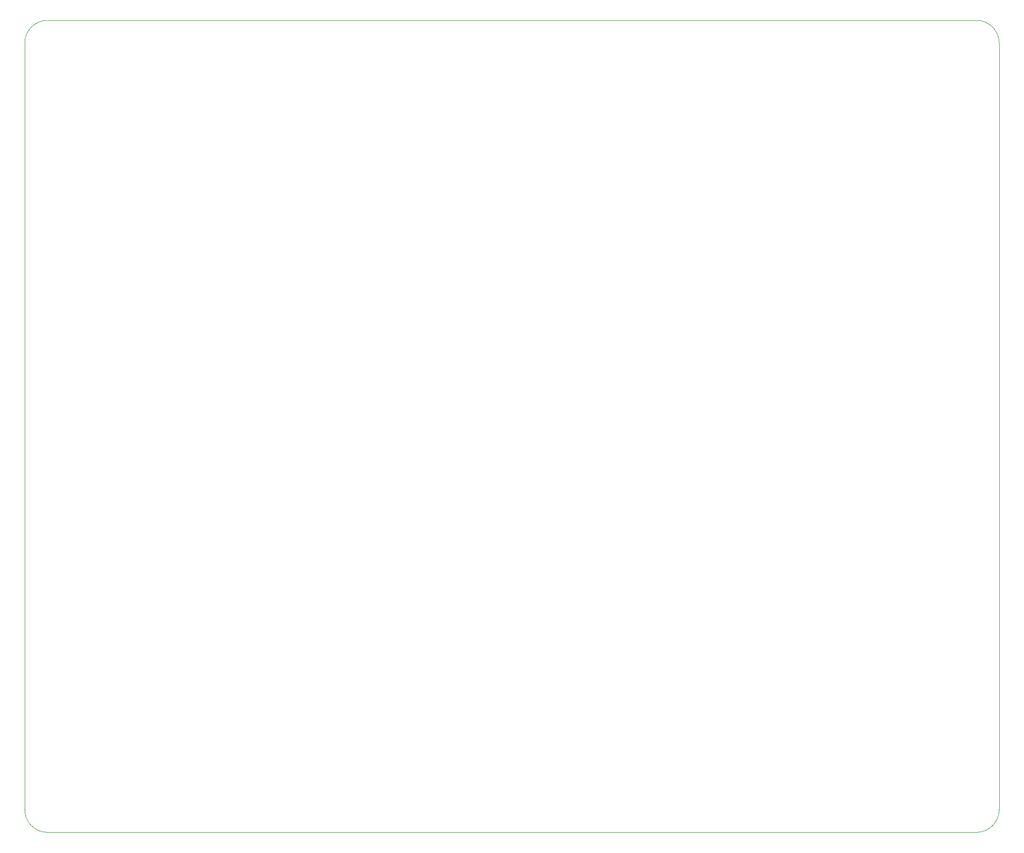
<source format=gbr>
%TF.GenerationSoftware,KiCad,Pcbnew,9.0.3*%
%TF.CreationDate,2025-07-29T21:44:48-04:00*%
%TF.ProjectId,[DFR1142]Lite Carrier for LattePanda Mu,5b444652-3131-4343-925d-4c6974652043,rev?*%
%TF.SameCoordinates,Original*%
%TF.FileFunction,Profile,NP*%
%FSLAX46Y46*%
G04 Gerber Fmt 4.6, Leading zero omitted, Abs format (unit mm)*
G04 Created by KiCad (PCBNEW 9.0.3) date 2025-07-29 21:44:48*
%MOMM*%
%LPD*%
G01*
G04 APERTURE LIST*
%TA.AperFunction,Profile*%
%ADD10C,0.100000*%
%TD*%
G04 APERTURE END LIST*
D10*
X118992573Y-59328427D02*
G75*
G02*
X122992745Y-55328373I4000027J27D01*
G01*
X289164500Y-193275000D02*
X289171573Y-59328427D01*
X118985500Y-193275000D02*
X118992574Y-59328427D01*
X285171573Y-55328427D02*
G75*
G02*
X289171573Y-59328427I27J-3999973D01*
G01*
X122985500Y-197275000D02*
G75*
G02*
X118985500Y-193275000I0J4000000D01*
G01*
X289164500Y-193275000D02*
G75*
G02*
X285164500Y-197275000I-4000000J0D01*
G01*
X285164500Y-197275000D02*
X122985500Y-197275000D01*
X122992745Y-55328427D02*
X285171573Y-55328427D01*
M02*

</source>
